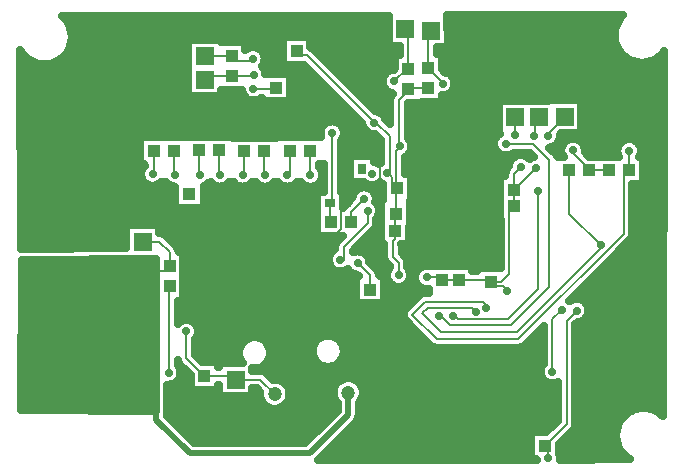
<source format=gbr>
G04 DipTrace 3.2.0.0*
G04 end_effector_Bottom.gbr*
%MOMM*%
G04 #@! TF.FileFunction,Copper,L2,Bot*
G04 #@! TF.Part,Single*
G04 #@! TA.AperFunction,Conductor*
%ADD14C,0.2*%
%ADD15C,0.5*%
G04 #@! TA.AperFunction,CopperBalancing*
%ADD16C,0.635*%
%ADD17R,0.7X0.9*%
%ADD18R,0.9X0.7*%
%ADD19R,1.1X1.0*%
%ADD20R,1.0X1.1*%
G04 #@! TA.AperFunction,ComponentPad*
%ADD27R,1.2X1.2*%
%ADD28C,1.2*%
%ADD33R,1.5X1.5*%
G04 #@! TA.AperFunction,ViaPad*
%ADD43C,0.7*%
%ADD45C,1.6*%
%FSLAX35Y35*%
G04*
G71*
G90*
G75*
G01*
G04 Bottom*
%LPD*%
X-1182767Y3025200D2*
D14*
Y3021090D1*
X-1225660Y3063983D1*
Y3114533D1*
X-1262700Y3151573D1*
X-1182767Y3025200D2*
X-1186940D1*
Y3332447D1*
X-1144990Y3374397D1*
X-1158007D1*
X-1194270Y2662070D2*
Y2804647D1*
X-1193223D1*
X-916730Y3866030D2*
X-1079517D1*
X-1083793Y3861753D1*
X-2031413Y4183170D2*
Y4145857D1*
X-1943587D1*
X-1362497Y3564767D1*
X-1375380D1*
Y3576297D1*
X-1083793Y3861753D2*
X-1087077D1*
X-1050843Y3825520D1*
X-1106597D1*
X-1164073Y3768043D1*
Y3380463D1*
X-1158007Y3374397D1*
X-1375380Y3576297D2*
X-1358167D1*
X-1244043Y3462173D1*
Y3151573D1*
X-1262700D1*
X-1193223Y2804647D2*
Y3014743D1*
X-1182767Y3025200D1*
X-1166613Y2283997D2*
Y2391147D1*
X-1214327Y2438860D1*
Y2571240D1*
X-1194270Y2591297D1*
Y2662070D1*
X-3344433Y2305117D2*
X-3536050D1*
X-3540003Y2309070D1*
X-3727150D1*
X-3731103Y2313023D1*
X-3914550D1*
X-3914813Y2313287D1*
X-4109340D1*
X-4109603Y2313023D1*
Y2100850D1*
X-4105653Y2096900D1*
Y1882850D1*
X-4105913Y1882590D1*
Y1676567D1*
X-4109867Y1672613D1*
Y1470687D1*
X-4105393Y1466213D1*
Y1255457D1*
X-4100917Y1250980D1*
X-3910343D1*
X-3906127Y1255197D1*
X-3718203D1*
X-3717943Y1254937D1*
X-3518933D1*
X-3518673Y1255197D1*
X-3440330D1*
X-3438613Y1253480D1*
X-3333507D1*
X-3332307Y1254680D1*
X-4100917Y1250980D2*
X-4296550D1*
X-4301543Y1245987D1*
Y1449413D1*
X-4309917Y1457787D1*
Y1654177D1*
X-4291480Y1672613D1*
Y1886027D1*
X-4291220Y1886287D1*
Y2108963D1*
X-4289213Y2110970D1*
Y2296803D1*
X-4305437Y2313027D1*
X-4109603D1*
X-4105653Y2096900D2*
X-4275143D1*
X-4289213Y2110970D1*
X-4105913Y1882590D2*
X-4287523D1*
X-4291220Y1886287D1*
X-4109867Y1672613D2*
X-4291480D1*
X-4105393Y1466213D2*
X-4301490D1*
X-4309917Y1457787D1*
X-3103187Y2359123D2*
Y2318827D1*
X-3330723D1*
X-3344433Y2305117D1*
X-3103187Y2359123D2*
Y2477000D1*
X-3195160Y2568973D1*
X-3334267D1*
X-1593567Y1290190D2*
D15*
Y1101507D1*
X-1919857Y775217D1*
X-2934210D1*
X-3217500Y1058507D1*
Y1139873D1*
X-3332307Y1254680D1*
X-386747Y2225557D2*
D14*
Y2189003D1*
X-285810D1*
X-247560Y2150753D1*
X-191410Y2868850D2*
Y3006653D1*
X-191047D1*
X-657557Y2244430D2*
X-793717D1*
X-795953Y2246667D1*
X613990Y3173357D2*
X448493D1*
X447093Y3171957D1*
X-196073Y2987007D2*
X-204180D1*
X-2147Y3189040D1*
X-1117D1*
X447093Y3171957D2*
Y3181180D1*
X285263Y3343010D1*
X310723D1*
X-131693Y3203650D2*
X-128440D1*
X-193453Y3138637D1*
Y3004247D1*
X-191410Y2868850D2*
X-228117D1*
Y2294210D1*
X-296770Y2225557D1*
X-386747D1*
X-657557Y2244430D2*
X-405620D1*
X-386747Y2225557D1*
X-930290Y2265070D2*
X-814357D1*
X-795953Y2246667D1*
X-2814157Y1429467D2*
X-2966020Y1581330D1*
Y1807557D1*
X-2814157Y1429467D2*
X-2576193D1*
X-2547067Y1400340D1*
X-2338697D1*
X-2216303Y1277947D1*
X-2579037Y3972053D2*
Y3967167D1*
X-2409483D1*
X-2393257Y3983393D1*
X-2579037Y3972053D2*
X-2774040D1*
X-2807643Y3938450D1*
X-2579037Y4142053D2*
X-2802397D1*
X-2808167Y4136283D1*
X-2579037Y4142053D2*
Y4096477D1*
X-2420673D1*
X-2399763Y4117387D1*
X135070Y1466710D2*
Y1910137D1*
X215947Y1991013D1*
X-2031413Y4013170D2*
X-1910923D1*
X-1340360Y3442607D1*
X-2744817Y4303043D2*
X-2462540D1*
X-2034317Y3874820D1*
Y3869807D1*
X243573Y838830D2*
Y845490D1*
X376520Y978437D1*
Y1471403D1*
X-255213Y3161393D2*
Y3154890D1*
X-403450Y3006653D1*
X-361047D1*
X-1479927Y3053003D2*
Y3028507D1*
X-1615250Y2893183D1*
X-3331297Y2969157D2*
X-3110487D1*
X-3108003Y2971640D1*
X-1340360Y3442607D2*
Y3430143D1*
X-1323553Y3413337D1*
Y3047140D1*
X-1356447Y3014247D1*
X-1456140D1*
X-1479927Y3038033D1*
Y3053003D1*
X-1147517Y2549377D2*
X-1136963D1*
X-1024270Y2662070D1*
X-1615250Y2893183D2*
X-1650497D1*
Y2676200D1*
X-1710733Y2615963D1*
X-1927317D1*
X-1984787Y2673433D1*
Y2666617D1*
X-3108003Y2971640D2*
Y2653043D1*
X-3011887Y2556927D1*
X-2553693Y1141043D2*
X-2656063D1*
X-2755857Y1240837D1*
X-2669690Y1679417D2*
X-2734207D1*
X-2814157Y1599467D1*
X-1082510Y3180150D2*
Y3094943D1*
X-1012767Y3025200D1*
X-2669690Y1679417D2*
D15*
Y1687457D1*
X-2566180Y1790967D1*
X-2300867D1*
X-2216303Y1706403D1*
Y1477947D1*
X-1605810D1*
X-1593567Y1490190D1*
D14*
Y1803910D1*
X-1237403Y2160073D1*
X-1192807D1*
Y2033147D1*
X-1194043Y2031910D1*
X-1186633D1*
X-1152053Y2066490D1*
Y2178350D1*
X-913737Y2416667D1*
X-795953D1*
X-916730Y4036030D2*
X-793280Y3912580D1*
Y3904967D1*
X-916730Y4036030D2*
Y4329293D1*
X-892217Y4353807D1*
X-1083793Y4031753D2*
X-1096457D1*
X-1203937Y3924273D1*
X-1083793Y4031753D2*
Y4337343D1*
X-1110860Y4364410D1*
X-1919807Y3337740D2*
Y3137970D1*
X-1913877Y3132040D1*
X-2303883Y3332297D2*
Y3139910D1*
X-2297137Y3133163D1*
X-2689113Y3340160D2*
Y3141160D1*
X-2681517Y3133563D1*
X-3071323Y3337740D2*
Y3144833D1*
X-3060657Y3134167D1*
X277093Y3171957D2*
Y2805923D1*
X544013Y2539003D1*
Y2515927D1*
X-166597Y1805317D1*
X-810780D1*
X-968037Y1962573D1*
X-920670Y2009940D1*
X-543660D1*
X-509930Y1976210D1*
X783990Y3173357D2*
X784933Y3337077D1*
X783990Y3173357D2*
X738867Y3128233D1*
Y2953427D1*
Y2634990D1*
X-155227Y1740897D1*
X-841097D1*
X-1051403Y1951203D1*
X-943407Y2059200D1*
X-454583D1*
X-430350Y2034967D1*
Y2008507D1*
X-2396200Y3862890D2*
X-2211233D1*
X-2204317Y3869807D1*
X-1745250Y2893183D2*
Y2740200D1*
X-1739067Y2734017D1*
X-1728483Y3488000D2*
Y2909950D1*
X-1745250Y2893183D1*
X-1569067Y2734017D2*
Y2818950D1*
X-1458873Y2929143D1*
X-2089807Y3337740D2*
Y3150077D1*
X-2107783Y3132100D1*
X-2473883Y3332297D2*
Y3145830D1*
X-2487613Y3132100D1*
X-2859113Y3340160D2*
Y3137613D1*
X-2852643Y3131143D1*
X-3241323Y3337740D2*
Y3148207D1*
X-3248713Y3140817D1*
X-1407403Y2160073D2*
Y2282170D1*
X-1512990Y2387757D1*
X-3113170Y1456183D2*
Y2179140D1*
X-3103187Y2189123D1*
X73573Y838830D2*
X102423D1*
Y868307D1*
X254967Y1020850D1*
Y1897767D1*
X342177Y1984977D1*
X98360Y739983D2*
Y814043D1*
X73573Y838830D1*
X-1660043Y2415453D2*
X-1631573D1*
Y2520273D1*
X-1429227Y2722620D1*
Y2828887D1*
X-821050Y1934573D2*
X-807873D1*
X-735457Y1862157D1*
X-214550D1*
X108270Y2184977D1*
Y3261670D1*
X-27273Y3397213D1*
X-259910D1*
X-709850Y1936297D2*
X-692150D1*
X-665543Y1909690D1*
X-240193D1*
X16170Y2166053D1*
Y2998293D1*
X240537Y3627070D2*
X208793D1*
Y3592050D1*
X99513Y3482770D1*
Y3462963D1*
X24290Y3622463D2*
Y3585913D1*
X-11560Y3550063D1*
Y3461020D1*
X-16510D1*
X-177757Y3621220D2*
Y3468490D1*
X-177693Y3468427D1*
D43*
X-930290Y2265070D3*
X-1728483Y3488000D3*
X-1512990Y2387757D3*
X-509930Y1976210D3*
X-430350Y2008507D3*
X-1082510Y3180150D3*
X-3011887Y2556927D3*
X-1660043Y2415453D3*
X-1429227Y2828887D3*
X-1166613Y2283997D3*
X-1147517Y2549377D3*
X98360Y739983D3*
X215947Y1991013D3*
X342177Y1984977D3*
X-1392703Y3143940D3*
X-1458873Y2929143D3*
X-3331297Y2969157D3*
X-709850Y1936297D3*
X16170Y2998293D3*
X-821050Y1934573D3*
X-2669690Y1679417D3*
X-2755857Y1240837D3*
X-2966020Y1807557D3*
X-3113170Y1456183D3*
X784933Y3337077D3*
X310723Y3343010D3*
X544013Y2539003D3*
X-2396200Y3862890D3*
X-2393257Y3983393D3*
X-2399763Y4117387D3*
X-1158007Y3374397D3*
X-1262700Y3151573D3*
X-247560Y2150753D3*
X-1117Y3189040D3*
X-2744817Y4303043D3*
X-1340360Y3442607D3*
X-1375380Y3576297D3*
X99513Y3462963D3*
X-16510Y3461020D3*
X-177693Y3468427D3*
X-1203937Y3924273D3*
X-793280Y3904967D3*
X-1913877Y3132040D3*
X-2107783Y3132100D3*
X-2297137Y3133163D3*
X-2487613Y3132100D3*
X-2681517Y3133563D3*
X-2852643Y3131143D3*
X-3060657Y3134167D3*
X-3248713Y3140817D3*
X376520Y1471403D3*
D45*
X-4305437Y2313027D3*
X-4289213Y2110970D3*
X-4291220Y1886287D3*
X-4301543Y1245987D3*
X-4109603Y2313023D3*
X-3914813Y2313287D3*
X-3731103Y2313023D3*
X-3540003Y2309070D3*
X-3344433Y2305117D3*
X-4105653Y2096900D3*
X-4105913Y1882590D3*
X-4100917Y1250980D3*
X-3906127Y1255197D3*
X-3717943Y1254937D3*
X-3518673Y1255197D3*
X-3332307Y1254680D3*
X-4109867Y1672613D3*
X-4291480D3*
X-4309917Y1457787D3*
X-4105393Y1466213D3*
D43*
X-259910Y3397213D3*
X-131693Y3203650D3*
X-255213Y3161393D3*
X135070Y1466710D3*
X-1984787Y2666617D3*
X-1194043Y2031910D3*
X-3492660Y4061337D3*
X-3518043Y3110037D3*
X-869573Y3186023D3*
X-1047113Y3018927D2*
D16*
X-340857D1*
X-1048937Y2955760D2*
X-341310D1*
X-1050760Y2892593D2*
X-341857D1*
X-1052490Y2829427D2*
X-342403D1*
X-1054313Y2766260D2*
X-342860D1*
X-1056137Y2703093D2*
X-343407D1*
X-1057960Y2639927D2*
X-343863D1*
X-1059693Y2576760D2*
X-344410D1*
X-1061513Y2513593D2*
X-344957D1*
X-1063337Y2450427D2*
X-345413D1*
X-1065160Y2387260D2*
X-345960D1*
X-886910Y2365957D2*
X-681663D1*
Y2363677D1*
X-543267Y2363720D1*
Y2354150D1*
X-339910Y2352480D1*
X-334017Y3075853D1*
X-1051773Y3081833D1*
X-1072290Y2358283D1*
X-966427Y2357517D1*
X-953470Y2361617D1*
X-938080Y2364053D1*
X-922500D1*
X-910247Y2362240D1*
X-910243Y2365957D1*
X-886910D1*
X-4353013Y2361500D2*
X-3229853D1*
X-4353287Y2298333D2*
X-3229853D1*
X-4353467Y2235167D2*
X-3229853D1*
X-4353650Y2172000D2*
X-3229853D1*
X-4353923Y2108833D2*
X-3229853D1*
X-4354107Y2045667D2*
X-3229853D1*
X-4354287Y1982500D2*
X-3229853D1*
X-4354560Y1919333D2*
X-3229853D1*
X-4354743Y1856167D2*
X-3229853D1*
X-4354927Y1793000D2*
X-3229853D1*
X-4355200Y1729833D2*
X-3229853D1*
X-4355380Y1666667D2*
X-3229853D1*
X-4355563Y1603500D2*
X-3229853D1*
X-4355837Y1540333D2*
X-3229853D1*
X-4356020Y1477167D2*
X-3229853D1*
X-4356203Y1414000D2*
X-3229853D1*
X-4356477Y1350833D2*
X-3229853D1*
X-4356657Y1287667D2*
X-3229853D1*
X-4356840Y1224500D2*
X-3229853D1*
X-4357113Y1161333D2*
X-3229853D1*
X-4359230Y2411623D2*
X-4363493Y1141057D1*
X-3223467Y1132670D1*
X-3223493Y2424393D1*
X-4359167Y2411597D1*
X-3962583Y4422747D2*
X-1256493D1*
X-746593D2*
X681633D1*
X-3935510Y4359580D2*
X-1256493D1*
X-746593D2*
X659757D1*
X-3927947Y4296413D2*
X-2152090D1*
X-1910797D2*
X-1256493D1*
X-746593D2*
X656383D1*
X-3937973Y4233247D2*
X-2953810D1*
X-2458403D2*
X-2152090D1*
X-1910797D2*
X-1256493D1*
X-746593D2*
X670787D1*
X-3968233Y4170080D2*
X-2953810D1*
X-2309287D2*
X-2152090D1*
X-1856383D2*
X-1164437D1*
X-836097D2*
X707153D1*
X-4365537Y4106913D2*
X-4300307D1*
X-4032400D2*
X-2953810D1*
X-2294703D2*
X-2152090D1*
X-1793220D2*
X-1204450D1*
X-796083D2*
X786907D1*
X1001130D2*
X1075837D1*
X-4365357Y4043747D2*
X-2953810D1*
X-2308103D2*
X-1952847D1*
X-1730057D2*
X-1204450D1*
X-796083D2*
X1075563D1*
X-4365263Y3980580D2*
X-2953263D1*
X-2078690D2*
X-1889683D1*
X-1666890D2*
X-1292040D1*
X-722620D2*
X1075290D1*
X-4365083Y3917413D2*
X-2953263D1*
X-2078690D2*
X-1826520D1*
X-1603727D2*
X-1309357D1*
X-688440D2*
X1075017D1*
X-4364990Y3854247D2*
X-2953263D1*
X-2078690D2*
X-1763353D1*
X-1540563D2*
X-1280647D1*
X-701567D2*
X1074743D1*
X-4364807Y3791080D2*
X-2471103D1*
X-2078690D2*
X-1700190D1*
X-1477400D2*
X-1241090D1*
X-796083D2*
X1074470D1*
X-4364717Y3727913D2*
X-1637027D1*
X-1414237D2*
X-1244733D1*
X-1083467D2*
X-323433D1*
X386167D2*
X1074197D1*
X-4364533Y3664747D2*
X-1573863D1*
X-1323910D2*
X-1244733D1*
X-1083467D2*
X-323433D1*
X386167D2*
X1073923D1*
X-4364443Y3601580D2*
X-1510700D1*
X-1083467D2*
X-323433D1*
X386167D2*
X1073650D1*
X-4364260Y3538413D2*
X-1820413D1*
X-1636630D2*
X-1473510D1*
X-1083467D2*
X-323433D1*
X386167D2*
X1073377D1*
X-4364170Y3475247D2*
X-1833263D1*
X-1623690D2*
X-1368510D1*
X-1083467D2*
X-327627D1*
X204423D2*
X1073013D1*
X-4363987Y3412080D2*
X-3366973D1*
X-1647843D2*
X-1324670D1*
X-1059770D2*
X-364450D1*
X191117D2*
X233013D1*
X388447D2*
X713533D1*
X856390D2*
X1072740D1*
X-4363897Y3348913D2*
X-3366973D1*
X-1647843D2*
X-1324670D1*
X-1055667D2*
X-353057D1*
X132417D2*
X204850D1*
X416157D2*
X679993D1*
X889840D2*
X1072467D1*
X-4363713Y3285747D2*
X-3366973D1*
X-1647843D2*
X-1588537D1*
X-1371307D2*
X-1324670D1*
X-1106343D2*
X-193913D1*
X-69470D2*
X-29943D1*
X909620D2*
X1072193D1*
X-4363623Y3222580D2*
X-3324590D1*
X-1647843D2*
X-1588537D1*
X-1106343D2*
X-235477D1*
X909620D2*
X1071920D1*
X-4363440Y3159413D2*
X-3352573D1*
X-1647843D2*
X-1588537D1*
X-1106343D2*
X-271117D1*
X909620D2*
X1071647D1*
X-4363350Y3096247D2*
X-3343823D1*
X-1647843D2*
X-1588537D1*
X-1057127D2*
X-316687D1*
X909620D2*
X1071373D1*
X-4363167Y3033080D2*
X-3066650D1*
X-2809403D2*
X-2501270D1*
X-2473940D2*
X-2121467D1*
X-2094080D2*
X-1809110D1*
X-1647843D2*
X-1308447D1*
X-1057127D2*
X-316687D1*
X819477D2*
X1071100D1*
X-4363077Y2969913D2*
X-3066650D1*
X-2809403D2*
X-1860880D1*
X-1629613D2*
X-1555723D1*
X-1362010D2*
X-1308447D1*
X-1057127D2*
X-317053D1*
X819477D2*
X1070827D1*
X-4362893Y2906747D2*
X-3066650D1*
X-2809403D2*
X-1860880D1*
X-1629613D2*
X-1592640D1*
X-1355810D2*
X-1318837D1*
X-1067607D2*
X-317053D1*
X819477D2*
X1070550D1*
X-4362803Y2843580D2*
X-1864710D1*
X-1067607D2*
X-317053D1*
X819477D2*
X1070277D1*
X-4362620Y2780413D2*
X-1864710D1*
X-1067607D2*
X-317053D1*
X819477D2*
X1070003D1*
X-4362530Y2717247D2*
X-1864710D1*
X-1067607D2*
X-308757D1*
X819477D2*
X1069730D1*
X-4362347Y2654080D2*
X-3479903D1*
X-3188663D2*
X-1864710D1*
X-1386343D2*
X-1319930D1*
X-1068610D2*
X-308757D1*
X819477D2*
X1069457D1*
X-4362257Y2590913D2*
X-3479903D1*
X-3105720D2*
X-1672300D1*
X-1449510D2*
X-1319930D1*
X-1068610D2*
X-308757D1*
X804983D2*
X1069183D1*
X-4362073Y2527747D2*
X-3479903D1*
X-3042557D2*
X-1711857D1*
X-1512673D2*
X-1294957D1*
X-1133690D2*
X-308757D1*
X743003D2*
X1068910D1*
X-2982583Y2464580D2*
X-1752690D1*
X-1443767D2*
X-1294957D1*
X-1128677D2*
X-308757D1*
X679840D2*
X1068637D1*
X-2982583Y2401413D2*
X-1764723D1*
X-1408310D2*
X-1284840D1*
X-1086657D2*
X-308757D1*
X616677D2*
X1068363D1*
X-2982583Y2338247D2*
X-1728810D1*
X-1352073D2*
X-1256127D1*
X-1077087D2*
X-1003747D1*
X553513D2*
X1068090D1*
X-2982583Y2275080D2*
X-1511700D1*
X-1326737D2*
X-1271897D1*
X490347D2*
X1067817D1*
X-2982583Y2211913D2*
X-1533030D1*
X-1281800D2*
X-1241270D1*
X-1091943D2*
X-1020517D1*
X427183D2*
X1067543D1*
X-2982583Y2148747D2*
X-1533030D1*
X-1281800D2*
X-916610D1*
X364020D2*
X1067270D1*
X-2982583Y2085580D2*
X-1533030D1*
X-1281800D2*
X-1028447D1*
X300857D2*
X1066997D1*
X-3032530Y2022413D2*
X-1091610D1*
X440490D2*
X1066723D1*
X-3032530Y1959247D2*
X-1131623D1*
X444410D2*
X1066450D1*
X-2914677Y1896080D2*
X-1107650D1*
X392730D2*
X1066177D1*
X-2863637Y1832913D2*
X-1044487D1*
X335583D2*
X1065903D1*
X-2867830Y1769747D2*
X-1795620D1*
X-1731513D2*
X-981323D1*
X-14963D2*
X54457D1*
X335583D2*
X1065630D1*
X-2885420Y1706580D2*
X-2498810D1*
X-2273833D2*
X-1884123D1*
X-1643010D2*
X-918160D1*
X-78130D2*
X54457D1*
X335583D2*
X1065357D1*
X-2885420Y1643413D2*
X-2523783D1*
X-2248767D2*
X-1901987D1*
X-1625147D2*
X54457D1*
X335583D2*
X1065083D1*
X-2853520Y1580247D2*
X-2515853D1*
X-2256787D2*
X-1887587D1*
X-1639547D2*
X54457D1*
X335583D2*
X1064810D1*
X-2308193Y1517080D2*
X-1817770D1*
X-1709367D2*
X43157D1*
X335583D2*
X1064537D1*
X-3007557Y1453913D2*
X-2949983D1*
X-2280850D2*
X30213D1*
X335583D2*
X1064263D1*
X-3032167Y1390747D2*
X-2934760D1*
X-2157803D2*
X-1672937D1*
X-1514130D2*
X64757D1*
X335583D2*
X1063990D1*
X-3121123Y1327580D2*
X-2934760D1*
X-2096007D2*
X-1718420D1*
X-1468650D2*
X174313D1*
X335583D2*
X1063717D1*
X-3121123Y1264413D2*
X-2692677D1*
X-2401437D2*
X-2346233D1*
X-2086437D2*
X-1721520D1*
X-1465640D2*
X174313D1*
X335583D2*
X1063443D1*
X-3121123Y1201247D2*
X-2320437D1*
X-2112140D2*
X-1689163D1*
X-1497907D2*
X174313D1*
X335583D2*
X1063170D1*
X-3121123Y1138080D2*
X-1689617D1*
X-1497907D2*
X174313D1*
X335583D2*
X804953D1*
X1009880D2*
X1062897D1*
X-3101253Y1074913D2*
X-1752783D1*
X-1502010D2*
X174313D1*
X335583D2*
X722373D1*
X-3038090Y1011747D2*
X-1815947D1*
X-1550680D2*
X134483D1*
X335037D2*
X685097D1*
X-2974927Y948580D2*
X-1879110D1*
X-1613843D2*
X-52090D1*
X294110D2*
X669967D1*
X-2911760Y885413D2*
X-1942273D1*
X-1677010D2*
X-52090D1*
X230947D2*
X672700D1*
X-1740173Y822247D2*
X-52090D1*
X199227D2*
X693847D1*
X-1803337Y759080D2*
X-52090D1*
X202143D2*
X740693D1*
X-1558883Y3295293D2*
X-1377637D1*
X-1377170Y3242007D1*
X-1362020Y3238370D1*
X-1347627Y3232407D1*
X-1332167Y3222550D1*
X-1318353Y3233710D1*
X-1318333Y3431483D1*
X-1364570Y3477637D1*
X-1375380Y3477007D1*
X-1390913Y3478230D1*
X-1406063Y3481867D1*
X-1420457Y3487830D1*
X-1433740Y3495970D1*
X-1445590Y3506087D1*
X-1455707Y3517937D1*
X-1463847Y3531220D1*
X-1469810Y3545613D1*
X-1473447Y3560763D1*
X-1474490Y3571700D1*
X-1966653Y4063863D1*
X-2145703Y4063880D1*
Y4302460D1*
X-1917123D1*
Y4215233D1*
X-1904770Y4209200D1*
X-1895340Y4202347D1*
X-1742563Y4049897D1*
X-1367590Y3675280D1*
X-1352200Y3672843D1*
X-1337383Y3668030D1*
X-1323500Y3660957D1*
X-1310897Y3651797D1*
X-1299880Y3640780D1*
X-1290720Y3628177D1*
X-1283647Y3614293D1*
X-1279833Y3603023D1*
X-1238413Y3561607D1*
X-1238133Y3773873D1*
X-1236310Y3785387D1*
X-1232710Y3796473D1*
X-1227417Y3806860D1*
X-1220563Y3816290D1*
X-1216587Y3820590D1*
X-1219470Y3826207D1*
X-1234620Y3829843D1*
X-1249013Y3835807D1*
X-1262297Y3843947D1*
X-1274147Y3854063D1*
X-1284263Y3865913D1*
X-1292403Y3879197D1*
X-1298367Y3893590D1*
X-1302003Y3908740D1*
X-1303227Y3924273D1*
X-1302003Y3939807D1*
X-1298367Y3954957D1*
X-1292403Y3969350D1*
X-1284263Y3982633D1*
X-1274147Y3994483D1*
X-1262297Y4004600D1*
X-1249013Y4012740D1*
X-1234620Y4018703D1*
X-1219470Y4022340D1*
X-1209930Y4023327D1*
X-1198140Y4035130D1*
X-1198083Y4151043D1*
X-1158070D1*
X-1158237Y4225120D1*
X-1250150D1*
Y4482387D1*
X-4016750Y4478147D1*
X-4002250Y4464863D1*
X-3989880Y4451483D1*
X-3978597Y4437173D1*
X-3968473Y4422020D1*
X-3959570Y4406120D1*
X-3951940Y4389570D1*
X-3945633Y4372473D1*
X-3940687Y4354937D1*
X-3937130Y4337063D1*
X-3934990Y4318967D1*
X-3934273Y4300757D1*
X-3934990Y4282547D1*
X-3937130Y4264450D1*
X-3940687Y4246577D1*
X-3945633Y4229040D1*
X-3951940Y4211943D1*
X-3959570Y4195393D1*
X-3968473Y4179493D1*
X-3978597Y4164340D1*
X-3989880Y4150030D1*
X-4002250Y4136650D1*
X-4015630Y4124280D1*
X-4029940Y4112997D1*
X-4045093Y4102873D1*
X-4060993Y4093970D1*
X-4077543Y4086340D1*
X-4094640Y4080033D1*
X-4112177Y4075087D1*
X-4130050Y4071530D1*
X-4148147Y4069390D1*
X-4166357Y4068673D1*
X-4184567Y4069390D1*
X-4202663Y4071530D1*
X-4220537Y4075087D1*
X-4238073Y4080033D1*
X-4255170Y4086340D1*
X-4271720Y4093970D1*
X-4287620Y4102873D1*
X-4302773Y4112997D1*
X-4317083Y4124280D1*
X-4330463Y4136650D1*
X-4342833Y4150030D1*
X-4354117Y4164340D1*
X-4364240Y4179493D1*
X-4372067Y4193467D1*
X-4368260Y2507540D1*
X-3473540Y2517557D1*
X-3473557Y2708263D1*
X-3194977D1*
Y2643277D1*
X-3183540Y2642350D1*
X-3172203Y2639627D1*
X-3161433Y2635167D1*
X-3151493Y2629077D1*
X-3142613Y2621487D1*
X-3046697Y2525247D1*
X-3039843Y2515817D1*
X-3034550Y2505430D1*
X-3030950Y2494343D1*
X-3029123Y2482807D1*
X-3007477Y2478413D1*
X-2988897D1*
Y2069833D1*
X-3038937D1*
X-3038880Y1874987D1*
X-3030503Y1883057D1*
X-3017900Y1892217D1*
X-3004017Y1899290D1*
X-2989200Y1904103D1*
X-2973810Y1906540D1*
X-2958230D1*
X-2942840Y1904103D1*
X-2928023Y1899290D1*
X-2914140Y1892217D1*
X-2901537Y1883057D1*
X-2890520Y1872040D1*
X-2881360Y1859437D1*
X-2874287Y1845553D1*
X-2869473Y1830737D1*
X-2867037Y1815347D1*
Y1799767D1*
X-2869473Y1784377D1*
X-2874287Y1769560D1*
X-2881360Y1755677D1*
X-2891740Y1741753D1*
X-2891730Y1612050D1*
X-2828350Y1548723D1*
X-2699867Y1548757D1*
Y1503820D1*
X-2686280Y1503757D1*
X-2686357Y1539630D1*
X-2484467D1*
X-2493160Y1550310D1*
X-2503990Y1567983D1*
X-2511923Y1587130D1*
X-2516760Y1607283D1*
X-2518387Y1627947D1*
X-2516760Y1648610D1*
X-2511923Y1668763D1*
X-2503990Y1687910D1*
X-2493160Y1705583D1*
X-2479700Y1721343D1*
X-2463940Y1734803D1*
X-2446267Y1745633D1*
X-2427120Y1753567D1*
X-2406967Y1758403D1*
X-2386303Y1760030D1*
X-2365640Y1758403D1*
X-2345487Y1753567D1*
X-2326340Y1745633D1*
X-2308667Y1734803D1*
X-2292907Y1721343D1*
X-2279447Y1705583D1*
X-2268617Y1687910D1*
X-2260683Y1668763D1*
X-2255847Y1648610D1*
X-2254220Y1627947D1*
X-2255847Y1607283D1*
X-2260683Y1587130D1*
X-2268617Y1567983D1*
X-2279447Y1550310D1*
X-2292907Y1534550D1*
X-2308667Y1521090D1*
X-2326340Y1510260D1*
X-2345487Y1502327D1*
X-2365640Y1497490D1*
X-2386303Y1495863D1*
X-2407800Y1497657D1*
X-2407777Y1474643D1*
X-2332867Y1474400D1*
X-2321353Y1472577D1*
X-2310267Y1468977D1*
X-2299880Y1463683D1*
X-2290450Y1456830D1*
X-2234283Y1400990D1*
X-2216303Y1402237D1*
X-2196860Y1400707D1*
X-2177897Y1396153D1*
X-2159877Y1388690D1*
X-2143247Y1378500D1*
X-2128417Y1365833D1*
X-2115750Y1351003D1*
X-2105560Y1334373D1*
X-2098097Y1316353D1*
X-2093543Y1297390D1*
X-2092013Y1277947D1*
X-2093543Y1258503D1*
X-2098097Y1239540D1*
X-2105560Y1221520D1*
X-2115750Y1204890D1*
X-2128417Y1190060D1*
X-2143247Y1177393D1*
X-2159877Y1167203D1*
X-2177897Y1159740D1*
X-2196860Y1155187D1*
X-2216303Y1153657D1*
X-2235747Y1155187D1*
X-2254710Y1159740D1*
X-2272730Y1167203D1*
X-2289360Y1177393D1*
X-2304190Y1190060D1*
X-2316857Y1204890D1*
X-2327047Y1221520D1*
X-2334510Y1239540D1*
X-2339063Y1258503D1*
X-2340593Y1277947D1*
X-2339247Y1295837D1*
X-2369440Y1326023D1*
X-2407693Y1326050D1*
X-2407777Y1261050D1*
X-2686357D1*
Y1355203D1*
X-2699877Y1355177D1*
X-2699867Y1310177D1*
X-2928447D1*
Y1438783D1*
X-3022510Y1533083D1*
X-3029363Y1542513D1*
X-3034657Y1552900D1*
X-3038263Y1564010D1*
X-3038880Y1522070D1*
X-3028510Y1508063D1*
X-3021437Y1494180D1*
X-3016623Y1479363D1*
X-3014187Y1463973D1*
Y1448393D1*
X-3016623Y1433003D1*
X-3021437Y1418187D1*
X-3028510Y1404303D1*
X-3037670Y1391700D1*
X-3048687Y1380683D1*
X-3061290Y1371523D1*
X-3075173Y1364450D1*
X-3089990Y1359637D1*
X-3105380Y1357200D1*
X-3120960D1*
X-3127463Y1357970D1*
X-3127693Y1095143D1*
X-2897273Y864553D1*
X-1956853Y864507D1*
X-1682850Y1138497D1*
X-1682857Y1203680D1*
X-1694120Y1217133D1*
X-1704310Y1233763D1*
X-1711773Y1251783D1*
X-1716327Y1270747D1*
X-1717857Y1290190D1*
X-1716327Y1309633D1*
X-1711773Y1328597D1*
X-1704310Y1346617D1*
X-1694120Y1363247D1*
X-1681453Y1378077D1*
X-1666623Y1390743D1*
X-1649993Y1400933D1*
X-1631973Y1408397D1*
X-1613010Y1412950D1*
X-1593567Y1414480D1*
X-1574123Y1412950D1*
X-1555160Y1408397D1*
X-1537140Y1400933D1*
X-1520510Y1390743D1*
X-1505680Y1378077D1*
X-1493013Y1363247D1*
X-1482823Y1346617D1*
X-1475360Y1328597D1*
X-1470807Y1309633D1*
X-1469277Y1290190D1*
X-1470807Y1270747D1*
X-1475360Y1251783D1*
X-1482823Y1233763D1*
X-1493013Y1217133D1*
X-1504257Y1203843D1*
X-1504550Y1094500D1*
X-1506743Y1080663D1*
X-1511073Y1067337D1*
X-1517433Y1054853D1*
X-1525670Y1043517D1*
X-1629423Y939373D1*
X-1848767Y720033D1*
X577Y722843D1*
X283Y724543D1*
X-45717Y724540D1*
Y953120D1*
X82160D1*
X180660Y1051607D1*
X180147Y1378243D1*
X165753Y1372280D1*
X150603Y1368643D1*
X135070Y1367420D1*
X119537Y1368643D1*
X104387Y1372280D1*
X89993Y1378243D1*
X76710Y1386383D1*
X64860Y1396500D1*
X54743Y1408350D1*
X46603Y1421633D1*
X40640Y1436027D1*
X37003Y1451177D1*
X35780Y1466710D1*
X37003Y1482243D1*
X40640Y1497393D1*
X46603Y1511787D1*
X54743Y1525070D1*
X60790Y1532513D1*
X60780Y1851800D1*
X-106980Y1684407D1*
X-116410Y1677553D1*
X-126797Y1672260D1*
X-137883Y1668660D1*
X-149397Y1666837D1*
X-365227Y1666607D1*
X-846927Y1666837D1*
X-858440Y1668660D1*
X-869527Y1672260D1*
X-879913Y1677553D1*
X-889343Y1684407D1*
X-1042120Y1836857D1*
X-1107893Y1902957D1*
X-1114747Y1912387D1*
X-1120040Y1922773D1*
X-1123640Y1933860D1*
X-1125463Y1945373D1*
Y1957033D1*
X-1123640Y1968547D1*
X-1120040Y1979633D1*
X-1114747Y1990020D1*
X-1107893Y1999450D1*
X-995937Y2111730D1*
X-987073Y2119303D1*
X-977133Y2125393D1*
X-966363Y2129853D1*
X-955027Y2132577D1*
X-943407Y2133490D1*
X-910320D1*
X-910243Y2167753D1*
X-922500Y2166087D1*
X-938080D1*
X-953470Y2168523D1*
X-968287Y2173337D1*
X-982170Y2180410D1*
X-994773Y2189570D1*
X-1005790Y2200587D1*
X-1014950Y2213190D1*
X-1022023Y2227073D1*
X-1026837Y2241890D1*
X-1029273Y2257280D1*
Y2272860D1*
X-1026837Y2288250D1*
X-1022023Y2303067D1*
X-1014950Y2316950D1*
X-1005790Y2329553D1*
X-994773Y2340570D1*
X-982170Y2349730D1*
X-968287Y2356803D1*
X-953470Y2361617D1*
X-938080Y2364053D1*
X-922500D1*
X-910247Y2362240D1*
X-910243Y2365957D1*
X-681663D1*
Y2363677D1*
X-543267Y2363720D1*
Y2318783D1*
X-501060Y2318720D1*
X-501037Y2344847D1*
X-302430D1*
X-302407Y2754587D1*
X-310700Y2754560D1*
X-310337Y3120943D1*
X-267770D1*
X-267513Y3144467D1*
X-265690Y3155980D1*
X-262090Y3167067D1*
X-256797Y3177453D1*
X-249943Y3186883D1*
X-230677Y3211440D1*
X-228240Y3226830D1*
X-223427Y3241647D1*
X-216353Y3255530D1*
X-207193Y3268133D1*
X-196177Y3279150D1*
X-183573Y3288310D1*
X-169690Y3295383D1*
X-154873Y3300197D1*
X-139483Y3302633D1*
X-123903D1*
X-108513Y3300197D1*
X-93697Y3295383D1*
X-79813Y3288310D1*
X-67210Y3279150D1*
X-58197Y3270303D1*
X-46193Y3277507D1*
X-31800Y3283470D1*
X-21280Y3286187D1*
X-58017Y3322893D1*
X-193980Y3322923D1*
X-208030Y3312553D1*
X-221913Y3305480D1*
X-236730Y3300667D1*
X-252120Y3298230D1*
X-267700D1*
X-283090Y3300667D1*
X-297907Y3305480D1*
X-311790Y3312553D1*
X-324393Y3321713D1*
X-335410Y3332730D1*
X-344570Y3345333D1*
X-351643Y3359217D1*
X-356457Y3374033D1*
X-358893Y3389423D1*
Y3405003D1*
X-356457Y3420393D1*
X-351643Y3435210D1*
X-344570Y3449093D1*
X-335410Y3461697D1*
X-324393Y3472713D1*
X-311710Y3481917D1*
X-317047Y3481930D1*
Y3760510D1*
X-114977D1*
X-115000Y3761753D1*
X101290D1*
X101247Y3766360D1*
X379827D1*
Y3487780D1*
X209657D1*
X198497Y3470753D1*
Y3455173D1*
X196060Y3439783D1*
X191247Y3424967D1*
X184173Y3411083D1*
X175013Y3398480D1*
X163997Y3387463D1*
X151393Y3378303D1*
X137510Y3371230D1*
X122693Y3366417D1*
X110600Y3364370D1*
X164760Y3309917D1*
X171613Y3300487D1*
X176913Y3290077D1*
X181137Y3286247D1*
X229170D1*
X222257Y3297933D1*
X216293Y3312327D1*
X211887Y3331390D1*
X210973Y3343010D1*
X211893Y3354653D1*
X216293Y3373693D1*
X222257Y3388087D1*
X230397Y3401370D1*
X240513Y3413220D1*
X252363Y3423337D1*
X265647Y3431477D1*
X280040Y3437440D1*
X295190Y3441077D1*
X310723Y3442300D1*
X326257Y3441077D1*
X341407Y3437440D1*
X355800Y3431477D1*
X369083Y3423337D1*
X380933Y3413220D1*
X391050Y3401370D1*
X399190Y3388087D1*
X405153Y3373693D1*
X408790Y3358543D1*
X410013Y3343010D1*
X408310Y3325057D1*
X447037Y3286300D1*
X494690Y3286247D1*
X494700Y3287647D1*
X698880D1*
X693200Y3299080D1*
X688387Y3313897D1*
X685950Y3329287D1*
Y3344867D1*
X688387Y3360257D1*
X693200Y3375073D1*
X700273Y3388957D1*
X709433Y3401560D1*
X720450Y3412577D1*
X733053Y3421737D1*
X746937Y3428810D1*
X761753Y3433623D1*
X777143Y3436060D1*
X792723D1*
X808113Y3433623D1*
X822930Y3428810D1*
X836813Y3421737D1*
X849417Y3412577D1*
X860433Y3401560D1*
X869593Y3388957D1*
X876667Y3375073D1*
X881480Y3360257D1*
X883917Y3344867D1*
Y3329287D1*
X881480Y3313897D1*
X876667Y3299080D1*
X870977Y3287670D1*
X903280Y3287647D1*
Y3059067D1*
X813137D1*
X812927Y2629160D1*
X811103Y2617647D1*
X807503Y2606560D1*
X802210Y2596173D1*
X795357Y2586743D1*
X642907Y2433967D1*
X277667Y2068730D1*
X282643Y2064467D1*
X297100Y2073443D1*
X311493Y2079407D1*
X326643Y2083043D1*
X342177Y2084267D1*
X357710Y2083043D1*
X372860Y2079407D1*
X387253Y2073443D1*
X400537Y2065303D1*
X412387Y2055187D1*
X422503Y2043337D1*
X430643Y2030053D1*
X436607Y2015660D1*
X440243Y2000510D1*
X441467Y1984977D1*
X440243Y1969443D1*
X436607Y1954293D1*
X430643Y1939900D1*
X422503Y1926617D1*
X412387Y1914767D1*
X400537Y1904650D1*
X387253Y1896510D1*
X372860Y1890547D1*
X357710Y1886910D1*
X348170Y1885923D1*
X329290Y1867030D1*
X329027Y1015020D1*
X327203Y1003507D1*
X323603Y992420D1*
X318310Y982033D1*
X311457Y972603D1*
X192840Y853663D1*
X192863Y770373D1*
X196427Y755517D1*
X197650Y739983D1*
X196173Y723167D1*
X794457Y724050D1*
X770977Y739067D1*
X756667Y750350D1*
X743287Y762720D1*
X730917Y776100D1*
X719633Y790410D1*
X709510Y805563D1*
X700607Y821463D1*
X692977Y838013D1*
X686670Y855110D1*
X681723Y872647D1*
X678167Y890520D1*
X676027Y908617D1*
X675310Y926827D1*
X676027Y945037D1*
X678167Y963133D1*
X681723Y981007D1*
X686670Y998543D1*
X692977Y1015640D1*
X700607Y1032190D1*
X709510Y1048090D1*
X719633Y1063243D1*
X730917Y1077553D1*
X743287Y1090933D1*
X756667Y1103303D1*
X770977Y1114587D1*
X786130Y1124710D1*
X802030Y1133613D1*
X818580Y1141243D1*
X835677Y1147550D1*
X853213Y1152497D1*
X871087Y1156053D1*
X889183Y1158193D1*
X907393Y1158910D1*
X925603Y1158193D1*
X943700Y1156053D1*
X961573Y1152497D1*
X979110Y1147550D1*
X996207Y1141243D1*
X1012757Y1133613D1*
X1028657Y1124710D1*
X1043810Y1114587D1*
X1058120Y1103303D1*
X1069043Y1093207D1*
X1082487Y4180563D1*
X1070493Y4165247D1*
X1058123Y4151867D1*
X1044743Y4139497D1*
X1030433Y4128213D1*
X1015280Y4118090D1*
X999380Y4109187D1*
X982830Y4101557D1*
X965733Y4095250D1*
X948197Y4090303D1*
X930323Y4086747D1*
X912227Y4084607D1*
X894017Y4083890D1*
X875807Y4084607D1*
X857710Y4086747D1*
X839837Y4090303D1*
X822300Y4095250D1*
X805203Y4101557D1*
X788653Y4109187D1*
X772753Y4118090D1*
X757600Y4128213D1*
X743290Y4139497D1*
X729910Y4151867D1*
X717540Y4165247D1*
X706257Y4179557D1*
X696133Y4194710D1*
X687230Y4210610D1*
X679600Y4227160D1*
X673293Y4244257D1*
X668347Y4261793D1*
X664790Y4279667D1*
X662650Y4297763D1*
X661933Y4315973D1*
X662650Y4334183D1*
X664790Y4352280D1*
X668347Y4370153D1*
X673293Y4387690D1*
X679600Y4404787D1*
X687230Y4421337D1*
X696133Y4437237D1*
X706257Y4452390D1*
X717540Y4466700D1*
X735607Y4485347D1*
X-753003Y4483087D1*
X-752927Y4214517D1*
X-842523D1*
X-842440Y4155297D1*
X-802440Y4155320D1*
Y4026713D1*
X-778803Y4003167D1*
X-762597Y3999397D1*
X-748203Y3993433D1*
X-734920Y3985293D1*
X-723070Y3975177D1*
X-712953Y3963327D1*
X-704813Y3950043D1*
X-698850Y3935650D1*
X-695213Y3920500D1*
X-693990Y3904967D1*
X-695213Y3889433D1*
X-698850Y3874283D1*
X-704813Y3859890D1*
X-712953Y3846607D1*
X-723070Y3834757D1*
X-734920Y3824640D1*
X-748203Y3816500D1*
X-762597Y3810537D1*
X-777747Y3806900D1*
X-793280Y3805677D1*
X-802430Y3806143D1*
X-802440Y3746740D1*
X-969510D1*
X-969503Y3742463D1*
X-1084620D1*
X-1089837Y3737220D1*
X-1089783Y3446573D1*
X-1077680Y3432757D1*
X-1069540Y3419473D1*
X-1063577Y3405080D1*
X-1059940Y3389930D1*
X-1058717Y3374397D1*
X-1059940Y3358863D1*
X-1063577Y3343713D1*
X-1069540Y3329320D1*
X-1077680Y3316037D1*
X-1087797Y3304187D1*
X-1099647Y3294070D1*
X-1112650Y3285780D1*
Y3139490D1*
X-1063477D1*
Y2910910D1*
X-1073957D1*
X-1073933Y2690357D1*
X-1074937D1*
X-1074980Y2547780D1*
X-1134167Y2547630D1*
X-1137793Y2543033D1*
X-1140037Y2524573D1*
Y2469613D1*
X-1110123Y2439393D1*
X-1103270Y2429963D1*
X-1097977Y2419577D1*
X-1094377Y2408490D1*
X-1092553Y2396977D1*
X-1092323Y2349857D1*
X-1081953Y2335877D1*
X-1074880Y2321993D1*
X-1070067Y2307177D1*
X-1067630Y2291787D1*
Y2276207D1*
X-1070067Y2260817D1*
X-1074880Y2246000D1*
X-1081953Y2232117D1*
X-1091113Y2219513D1*
X-1102130Y2208497D1*
X-1114733Y2199337D1*
X-1128617Y2192263D1*
X-1143433Y2187450D1*
X-1158823Y2185013D1*
X-1174403D1*
X-1189793Y2187450D1*
X-1204610Y2192263D1*
X-1218493Y2199337D1*
X-1231097Y2208497D1*
X-1242113Y2219513D1*
X-1251273Y2232117D1*
X-1258347Y2246000D1*
X-1263160Y2260817D1*
X-1265597Y2276207D1*
Y2291787D1*
X-1263160Y2307177D1*
X-1258347Y2321993D1*
X-1251273Y2335877D1*
X-1240893Y2349800D1*
X-1240903Y2360287D1*
X-1270817Y2390613D1*
X-1277670Y2400043D1*
X-1282963Y2410430D1*
X-1286563Y2421517D1*
X-1288387Y2433030D1*
X-1288617Y2547780D1*
X-1313560D1*
Y2776360D1*
X-1312557D1*
X-1312513Y2918937D1*
X-1302030D1*
X-1302057Y3060480D1*
X-1314580Y3066913D1*
X-1323237Y3072963D1*
X-1334343Y3063613D1*
X-1347627Y3055473D1*
X-1362020Y3049510D1*
X-1377170Y3045873D1*
X-1392703Y3044650D1*
X-1408237Y3045873D1*
X-1423387Y3049510D1*
X-1437780Y3055473D1*
X-1451063Y3063613D1*
X-1459670Y3070733D1*
X-1582217Y3070713D1*
Y3295293D1*
X-1558883D1*
X-1831207Y2992473D2*
X-1802860D1*
X-1802773Y3223400D1*
X-1844903Y3223450D1*
X-1844907Y3203427D1*
X-1833550Y3190400D1*
X-1825410Y3177117D1*
X-1819447Y3162723D1*
X-1815810Y3147573D1*
X-1814587Y3132040D1*
X-1815810Y3116507D1*
X-1819447Y3101357D1*
X-1825410Y3086963D1*
X-1833550Y3073680D1*
X-1843667Y3061830D1*
X-1855517Y3051713D1*
X-1868800Y3043573D1*
X-1883193Y3037610D1*
X-1898343Y3033973D1*
X-1913877Y3032750D1*
X-1929410Y3033973D1*
X-1944560Y3037610D1*
X-1958953Y3043573D1*
X-1972237Y3051713D1*
X-1984087Y3061830D1*
X-1991093Y3069733D1*
X-2030450Y3069737D1*
X-2043300Y3056600D1*
X-2055903Y3047440D1*
X-2069787Y3040367D1*
X-2084603Y3035553D1*
X-2099993Y3033117D1*
X-2115573D1*
X-2130963Y3035553D1*
X-2145780Y3040367D1*
X-2159663Y3047440D1*
X-2172267Y3056600D1*
X-2184963Y3069743D1*
X-2220763Y3069737D1*
X-2232653Y3057663D1*
X-2245257Y3048503D1*
X-2259140Y3041430D1*
X-2273957Y3036617D1*
X-2289347Y3034180D1*
X-2304927D1*
X-2320317Y3036617D1*
X-2335133Y3041430D1*
X-2349017Y3048503D1*
X-2361620Y3057663D1*
X-2373487Y3069757D1*
X-2410347Y3069737D1*
X-2423130Y3056600D1*
X-2435733Y3047440D1*
X-2449617Y3040367D1*
X-2464433Y3035553D1*
X-2479823Y3033117D1*
X-2495403D1*
X-2510793Y3035553D1*
X-2525610Y3040367D1*
X-2539493Y3047440D1*
X-2552097Y3056600D1*
X-2564793Y3069743D1*
X-2605400Y3069737D1*
X-2617033Y3058063D1*
X-2629637Y3048903D1*
X-2643520Y3041830D1*
X-2658337Y3037017D1*
X-2673727Y3034580D1*
X-2689307D1*
X-2704697Y3037017D1*
X-2719513Y3041830D1*
X-2733397Y3048903D1*
X-2746000Y3058063D1*
X-2757527Y3069727D1*
X-2777143Y3066660D1*
X-2788160Y3055643D1*
X-2800763Y3046483D1*
X-2815703Y3039020D1*
X-2815713Y2854350D1*
X-3060293D1*
X-3060657Y3034877D1*
X-3076190Y3036100D1*
X-3091340Y3039737D1*
X-3105733Y3045700D1*
X-3119017Y3053840D1*
X-3130867Y3063957D1*
X-3136213Y3069753D1*
X-3179437Y3069737D1*
X-3190353Y3060490D1*
X-3203637Y3052350D1*
X-3218030Y3046387D1*
X-3233180Y3042750D1*
X-3248713Y3041527D1*
X-3264247Y3042750D1*
X-3279397Y3046387D1*
X-3293790Y3052350D1*
X-3307073Y3060490D1*
X-3318923Y3070607D1*
X-3329040Y3082457D1*
X-3337180Y3095740D1*
X-3343143Y3110133D1*
X-3346780Y3125283D1*
X-3348003Y3140817D1*
X-3346780Y3156350D1*
X-3343143Y3171500D1*
X-3337180Y3185893D1*
X-3329040Y3199177D1*
X-3318183Y3211707D1*
X-3332033Y3223450D1*
X-3360613D1*
Y3452030D1*
X-2978333D1*
X-2978403Y3454450D1*
X-2569823D1*
Y3446520D1*
X-2209070Y3446587D1*
X-2209097Y3452030D1*
X-1820983D1*
X-1825030Y3464820D1*
X-1827467Y3480210D1*
Y3495790D1*
X-1825030Y3511180D1*
X-1820217Y3525997D1*
X-1813143Y3539880D1*
X-1803983Y3552483D1*
X-1792967Y3563500D1*
X-1780363Y3572660D1*
X-1766480Y3579733D1*
X-1751663Y3584547D1*
X-1736273Y3586983D1*
X-1720693D1*
X-1705303Y3584547D1*
X-1690487Y3579733D1*
X-1676603Y3572660D1*
X-1664000Y3563500D1*
X-1652983Y3552483D1*
X-1643823Y3539880D1*
X-1636750Y3525997D1*
X-1631937Y3511180D1*
X-1629500Y3495790D1*
Y3480210D1*
X-1631937Y3464820D1*
X-1636750Y3450003D1*
X-1643823Y3436120D1*
X-1654203Y3422197D1*
X-1654193Y2992440D1*
X-1635960Y2992473D1*
Y2851290D1*
X-1629170Y2862617D1*
X-1621597Y2871480D1*
X-1557987Y2935093D1*
X-1555420Y2952323D1*
X-1550607Y2967140D1*
X-1543533Y2981023D1*
X-1534373Y2993627D1*
X-1523357Y3004643D1*
X-1510753Y3013803D1*
X-1496870Y3020877D1*
X-1482053Y3025690D1*
X-1466663Y3028127D1*
X-1451083D1*
X-1435693Y3025690D1*
X-1420877Y3020877D1*
X-1406993Y3013803D1*
X-1394390Y3004643D1*
X-1383373Y2993627D1*
X-1374213Y2981023D1*
X-1367140Y2967140D1*
X-1362327Y2952323D1*
X-1359890Y2936933D1*
Y2921353D1*
X-1362327Y2905963D1*
X-1363160Y2903003D1*
X-1353727Y2893370D1*
X-1344567Y2880767D1*
X-1337493Y2866883D1*
X-1332680Y2852067D1*
X-1330243Y2836677D1*
Y2821097D1*
X-1332680Y2805707D1*
X-1337493Y2790890D1*
X-1344567Y2777007D1*
X-1354947Y2763083D1*
X-1355167Y2716790D1*
X-1356990Y2705277D1*
X-1360590Y2694190D1*
X-1365883Y2683803D1*
X-1372737Y2674373D1*
X-1525187Y2521597D1*
X-1557220Y2489563D1*
X-1550987Y2479490D1*
X-1536170Y2484303D1*
X-1520780Y2486740D1*
X-1505200D1*
X-1489810Y2484303D1*
X-1474993Y2479490D1*
X-1461110Y2472417D1*
X-1448507Y2463257D1*
X-1437490Y2452240D1*
X-1428330Y2439637D1*
X-1421257Y2425753D1*
X-1416443Y2410937D1*
X-1413937Y2393750D1*
X-1350913Y2330417D1*
X-1344060Y2320987D1*
X-1338767Y2310600D1*
X-1335167Y2299513D1*
X-1333343Y2288000D1*
X-1333113Y2282147D1*
X-1316693Y2274363D1*
X-1288113D1*
Y2045783D1*
X-1526693D1*
Y2274363D1*
X-1504727D1*
X-1518907Y2288610D1*
X-1536170Y2291210D1*
X-1550987Y2296023D1*
X-1564870Y2303097D1*
X-1577473Y2312257D1*
X-1588490Y2323273D1*
X-1598557Y2337500D1*
X-1608163Y2330793D1*
X-1622047Y2323720D1*
X-1636863Y2318907D1*
X-1652253Y2316470D1*
X-1667833D1*
X-1683223Y2318907D1*
X-1698040Y2323720D1*
X-1711923Y2330793D1*
X-1724527Y2339953D1*
X-1735543Y2350970D1*
X-1744703Y2363573D1*
X-1751777Y2377457D1*
X-1756590Y2392273D1*
X-1759027Y2407663D1*
Y2423243D1*
X-1756590Y2438633D1*
X-1751777Y2453450D1*
X-1744703Y2467333D1*
X-1735543Y2479937D1*
X-1724527Y2490953D1*
X-1711923Y2500113D1*
X-1705837Y2503520D1*
X-1705633Y2526103D1*
X-1703810Y2537617D1*
X-1700210Y2548703D1*
X-1694917Y2559090D1*
X-1688063Y2568520D1*
X-1637120Y2619790D1*
X-1858357Y2619727D1*
Y2848307D1*
X-1854620D1*
X-1854540Y2992473D1*
X-1831207D1*
X-1631890Y1629827D2*
X-1635133Y1609357D1*
X-1641537Y1589643D1*
X-1650947Y1571177D1*
X-1663130Y1554410D1*
X-1677787Y1539753D1*
X-1694553Y1527570D1*
X-1713020Y1518160D1*
X-1732733Y1511757D1*
X-1753203Y1508513D1*
X-1773930D1*
X-1794400Y1511757D1*
X-1814113Y1518160D1*
X-1832580Y1527570D1*
X-1849347Y1539753D1*
X-1864003Y1554410D1*
X-1876187Y1571177D1*
X-1885597Y1589643D1*
X-1892000Y1609357D1*
X-1895243Y1629827D1*
Y1650553D1*
X-1892000Y1671023D1*
X-1885597Y1690737D1*
X-1876187Y1709203D1*
X-1864003Y1725970D1*
X-1849347Y1740627D1*
X-1832580Y1752810D1*
X-1814113Y1762220D1*
X-1794400Y1768623D1*
X-1773930Y1771867D1*
X-1753203D1*
X-1732733Y1768623D1*
X-1713020Y1762220D1*
X-1694553Y1752810D1*
X-1677787Y1740627D1*
X-1663130Y1725970D1*
X-1650947Y1709203D1*
X-1641537Y1690737D1*
X-1635133Y1671023D1*
X-1631890Y1650553D1*
Y1629827D1*
X-2494917Y3852763D2*
X-2668273D1*
X-2668353Y3799160D1*
X-2946933D1*
X-2947457Y4020327D1*
Y4275573D1*
X-2668877D1*
Y4261263D1*
X-2464747Y4261343D1*
X-2464247Y4192887D1*
X-2451643Y4202047D1*
X-2437760Y4209120D1*
X-2422943Y4213933D1*
X-2407553Y4216370D1*
X-2391973D1*
X-2376583Y4213933D1*
X-2361767Y4209120D1*
X-2347883Y4202047D1*
X-2335280Y4192887D1*
X-2324263Y4181870D1*
X-2315103Y4169267D1*
X-2308030Y4155383D1*
X-2303217Y4140567D1*
X-2300780Y4125177D1*
Y4109597D1*
X-2303217Y4094207D1*
X-2308030Y4079390D1*
X-2315103Y4065507D1*
X-2323413Y4053980D1*
X-2312930Y4041753D1*
X-2304790Y4028470D1*
X-2298827Y4014077D1*
X-2295190Y3998927D1*
X-2293993Y3984093D1*
X-2085027Y3984097D1*
Y3755517D1*
X-2323607D1*
Y3788603D1*
X-2330360Y3788600D1*
X-2344320Y3778230D1*
X-2358203Y3771157D1*
X-2373020Y3766343D1*
X-2388410Y3763907D1*
X-2403990D1*
X-2419380Y3766343D1*
X-2434197Y3771157D1*
X-2448080Y3778230D1*
X-2460683Y3787390D1*
X-2471700Y3798407D1*
X-2480860Y3811010D1*
X-2487933Y3824893D1*
X-2492747Y3839710D1*
X-2494907Y3852770D1*
D17*
X-1479927Y3183003D3*
Y3053003D3*
D18*
X-1745250Y2893183D3*
X-1615250D3*
D19*
X-1182767Y3025200D3*
X-1012767D3*
D20*
X-795953Y2246667D3*
Y2416667D3*
D19*
X-361410Y2868850D3*
X-191410D3*
D20*
X-386747Y2225557D3*
Y2395557D3*
X-657557Y2244430D3*
Y2414430D3*
D19*
X-361047Y3006653D3*
X-191047D3*
X-1024270Y2662070D3*
X-1194270D3*
X-1023223Y2804647D3*
X-1193223D3*
X-3108003Y2971640D3*
X-2938003D3*
D20*
X-2031413Y4013170D3*
Y4183170D3*
X-2814157Y1599467D3*
Y1429467D3*
D27*
X-2216303Y1477947D3*
D28*
Y1277947D3*
D27*
X-1593567Y1490190D3*
D28*
Y1290190D3*
D19*
X-1739067Y2734017D3*
X-1569067D3*
D20*
X-916730Y4036030D3*
Y3866030D3*
X-1083793Y4031753D3*
Y3861753D3*
D19*
X277093Y3171957D3*
X447093D3*
X783990Y3173357D3*
X613990D3*
X243573Y838830D3*
X73573D3*
X-1919807Y3337740D3*
X-2089807D3*
X-2303883Y3332297D3*
X-2473883D3*
X-2689113Y3340160D3*
X-2859113D3*
X-3071323Y3337740D3*
X-3241323D3*
D20*
X-3103187Y2189123D3*
Y2359123D3*
D19*
X-1237403Y2160073D3*
X-1407403D3*
D20*
X-2579037Y3972053D3*
Y4142053D3*
D19*
X-2204317Y3869807D3*
X-2034317D3*
D33*
X-2553693Y1141043D3*
X-3334267Y2568973D3*
X-2547067Y1400340D3*
X-2807643Y3938450D3*
X-2808167Y4136283D3*
X-177757Y3621220D3*
X24290Y3622463D3*
X240537Y3627070D3*
X-892217Y4353807D3*
X-1110860Y4364410D3*
M02*

</source>
